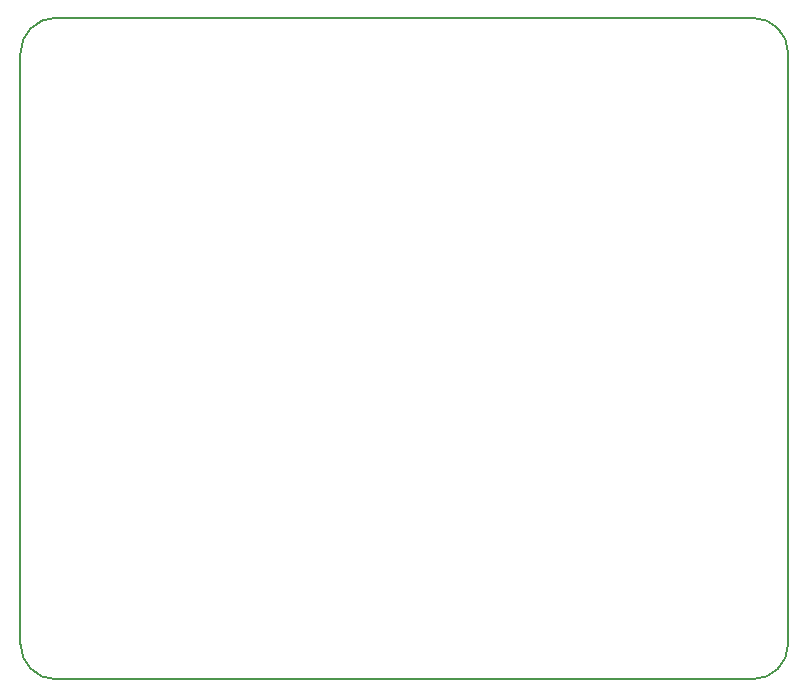
<source format=gm1>
G04 #@! TF.GenerationSoftware,KiCad,Pcbnew,(5.1.0)-1*
G04 #@! TF.CreationDate,2019-11-17T18:32:19+09:00*
G04 #@! TF.ProjectId,PakeOtiKun,50616b65-4f74-4694-9b75-6e2e6b696361,1*
G04 #@! TF.SameCoordinates,Original*
G04 #@! TF.FileFunction,Profile,NP*
%FSLAX46Y46*%
G04 Gerber Fmt 4.6, Leading zero omitted, Abs format (unit mm)*
G04 Created by KiCad (PCBNEW (5.1.0)-1) date 2019-11-17 18:32:19*
%MOMM*%
%LPD*%
G04 APERTURE LIST*
%ADD10C,0.200000*%
G04 APERTURE END LIST*
D10*
X104500000Y-73750000D02*
X104500000Y-123750000D01*
X169500000Y-73750000D02*
X169500000Y-123750000D01*
X104500000Y-73750000D02*
G75*
G02X107500000Y-70750000I3000000J0D01*
G01*
X166500000Y-70750000D02*
G75*
G02X169500000Y-73750000I0J-3000000D01*
G01*
X166500000Y-70750000D02*
X107500000Y-70750000D01*
X169500000Y-123750000D02*
G75*
G02X166500000Y-126750000I-3000000J0D01*
G01*
X107500000Y-126750000D02*
X166500000Y-126750000D01*
X107500000Y-126750000D02*
G75*
G02X104500000Y-123750000I0J3000000D01*
G01*
M02*

</source>
